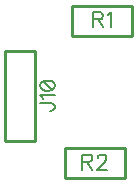
<source format=gto>
G04 DipTrace 2.3.1.0*
%INlinebot-sensor-v2.0.gto*%
%MOIN*%
%ADD10C,0.0098*%
%ADD36C,0.0077*%
%FSLAX44Y44*%
G04*
G70*
G90*
G75*
G01*
%LNTopSilk*%
%LPD*%
X1750Y2500D2*
D10*
X750D1*
Y5500D1*
X1750D2*
X750D1*
X1750Y2500D2*
Y5500D1*
X4998Y6000D2*
X3002D1*
Y7000D2*
Y6000D1*
X4998Y7000D2*
X3002D1*
X4998D2*
Y6000D1*
X2752Y2250D2*
X4748D1*
Y1250D2*
Y2250D1*
X2752Y1250D2*
X4748D1*
X2752D2*
Y2250D1*
X1920Y3738D2*
D36*
X2302D1*
X2374Y3714D1*
X2398Y3690D1*
X2422Y3642D1*
Y3594D1*
X2398Y3547D1*
X2374Y3523D1*
X2302Y3499D1*
X2255D1*
X2016Y3892D2*
X1991Y3940D1*
X1920Y4012D1*
X2422D1*
X1920Y4310D2*
X1944Y4238D1*
X2016Y4190D1*
X2135Y4167D1*
X2207D1*
X2326Y4190D1*
X2398Y4238D1*
X2422Y4310D1*
Y4358D1*
X2398Y4430D1*
X2326Y4477D1*
X2207Y4501D1*
X2135D1*
X2016Y4477D1*
X1944Y4430D1*
X1920Y4358D1*
Y4310D1*
X2016Y4477D2*
X2326Y4190D1*
X3695Y6542D2*
X3910D1*
X3982Y6566D1*
X4007Y6590D1*
X4030Y6638D1*
Y6686D1*
X4007Y6733D1*
X3982Y6758D1*
X3910Y6781D1*
X3695D1*
Y6279D1*
X3863Y6542D2*
X4030Y6279D1*
X4185Y6685D2*
X4233Y6709D1*
X4305Y6781D1*
Y6279D1*
X3338Y1792D2*
X3553D1*
X3625Y1816D1*
X3649Y1840D1*
X3673Y1888D1*
Y1936D1*
X3649Y1983D1*
X3625Y2008D1*
X3553Y2031D1*
X3338D1*
Y1529D1*
X3505Y1792D2*
X3673Y1529D1*
X3852Y1911D2*
Y1935D1*
X3875Y1983D1*
X3899Y2007D1*
X3947Y2031D1*
X4043D1*
X4090Y2007D1*
X4114Y1983D1*
X4138Y1935D1*
Y1888D1*
X4114Y1840D1*
X4067Y1768D1*
X3827Y1529D1*
X4162D1*
M02*

</source>
